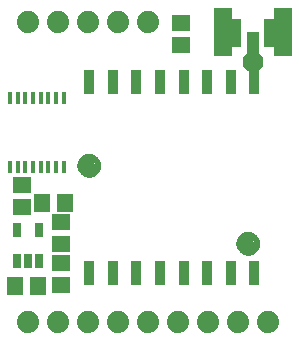
<source format=gbr>
G04 EAGLE Gerber RS-274X export*
G75*
%MOMM*%
%FSLAX34Y34*%
%LPD*%
%INSoldermask Top*%
%IPPOS*%
%AMOC8*
5,1,8,0,0,1.08239X$1,22.5*%
G01*
%ADD10R,0.901600X2.101600*%
%ADD11R,0.406400X1.092200*%
%ADD12R,1.601600X1.341600*%
%ADD13R,0.651600X1.301600*%
%ADD14R,1.341600X1.601600*%
%ADD15C,1.101600*%
%ADD16C,0.500000*%
%ADD17R,1.625600X4.165600*%
%ADD18R,1.117600X2.133600*%
%ADD19R,0.914400X2.336800*%
%ADD20C,1.879600*%
%ADD21C,1.778000*%


D10*
X217320Y228320D03*
X197320Y228320D03*
X177320Y228320D03*
X157320Y228320D03*
X137320Y228320D03*
X117320Y228320D03*
X97320Y228320D03*
X77320Y228320D03*
X77320Y66320D03*
X97320Y66320D03*
X117320Y66320D03*
X137320Y66320D03*
X157320Y66320D03*
X177320Y66320D03*
X197320Y66320D03*
X217320Y66320D03*
D11*
X55770Y214598D03*
X49270Y214598D03*
X42770Y214598D03*
X36270Y214598D03*
X29770Y214598D03*
X23270Y214598D03*
X16770Y214598D03*
X10270Y214598D03*
X10270Y156242D03*
X16770Y156242D03*
X23270Y156242D03*
X29770Y156242D03*
X36270Y156242D03*
X42770Y156242D03*
X49270Y156242D03*
X55770Y156242D03*
D12*
X154940Y259740D03*
X154940Y278740D03*
D13*
X15900Y77169D03*
X25400Y77169D03*
X34900Y77169D03*
X34900Y103171D03*
X15900Y103171D03*
D14*
X14630Y55880D03*
X33630Y55880D03*
D12*
X20320Y141580D03*
X20320Y122580D03*
D15*
X212090Y91440D03*
D16*
X204590Y91440D02*
X204592Y91259D01*
X204599Y91078D01*
X204610Y90897D01*
X204625Y90716D01*
X204645Y90536D01*
X204669Y90356D01*
X204697Y90177D01*
X204730Y89999D01*
X204767Y89822D01*
X204808Y89645D01*
X204853Y89470D01*
X204903Y89295D01*
X204957Y89122D01*
X205015Y88951D01*
X205077Y88780D01*
X205144Y88612D01*
X205214Y88445D01*
X205288Y88279D01*
X205367Y88116D01*
X205449Y87955D01*
X205535Y87795D01*
X205625Y87638D01*
X205719Y87483D01*
X205816Y87330D01*
X205918Y87180D01*
X206022Y87032D01*
X206131Y86886D01*
X206242Y86744D01*
X206358Y86604D01*
X206476Y86467D01*
X206598Y86332D01*
X206723Y86201D01*
X206851Y86073D01*
X206982Y85948D01*
X207117Y85826D01*
X207254Y85708D01*
X207394Y85592D01*
X207536Y85481D01*
X207682Y85372D01*
X207830Y85268D01*
X207980Y85166D01*
X208133Y85069D01*
X208288Y84975D01*
X208445Y84885D01*
X208605Y84799D01*
X208766Y84717D01*
X208929Y84638D01*
X209095Y84564D01*
X209262Y84494D01*
X209430Y84427D01*
X209601Y84365D01*
X209772Y84307D01*
X209945Y84253D01*
X210120Y84203D01*
X210295Y84158D01*
X210472Y84117D01*
X210649Y84080D01*
X210827Y84047D01*
X211006Y84019D01*
X211186Y83995D01*
X211366Y83975D01*
X211547Y83960D01*
X211728Y83949D01*
X211909Y83942D01*
X212090Y83940D01*
X204590Y91440D02*
X204592Y91621D01*
X204599Y91802D01*
X204610Y91983D01*
X204625Y92164D01*
X204645Y92344D01*
X204669Y92524D01*
X204697Y92703D01*
X204730Y92881D01*
X204767Y93058D01*
X204808Y93235D01*
X204853Y93410D01*
X204903Y93585D01*
X204957Y93758D01*
X205015Y93929D01*
X205077Y94100D01*
X205144Y94268D01*
X205214Y94435D01*
X205288Y94601D01*
X205367Y94764D01*
X205449Y94925D01*
X205535Y95085D01*
X205625Y95242D01*
X205719Y95397D01*
X205816Y95550D01*
X205918Y95700D01*
X206022Y95848D01*
X206131Y95994D01*
X206242Y96136D01*
X206358Y96276D01*
X206476Y96413D01*
X206598Y96548D01*
X206723Y96679D01*
X206851Y96807D01*
X206982Y96932D01*
X207117Y97054D01*
X207254Y97172D01*
X207394Y97288D01*
X207536Y97399D01*
X207682Y97508D01*
X207830Y97612D01*
X207980Y97714D01*
X208133Y97811D01*
X208288Y97905D01*
X208445Y97995D01*
X208605Y98081D01*
X208766Y98163D01*
X208929Y98242D01*
X209095Y98316D01*
X209262Y98386D01*
X209430Y98453D01*
X209601Y98515D01*
X209772Y98573D01*
X209945Y98627D01*
X210120Y98677D01*
X210295Y98722D01*
X210472Y98763D01*
X210649Y98800D01*
X210827Y98833D01*
X211006Y98861D01*
X211186Y98885D01*
X211366Y98905D01*
X211547Y98920D01*
X211728Y98931D01*
X211909Y98938D01*
X212090Y98940D01*
X212271Y98938D01*
X212452Y98931D01*
X212633Y98920D01*
X212814Y98905D01*
X212994Y98885D01*
X213174Y98861D01*
X213353Y98833D01*
X213531Y98800D01*
X213708Y98763D01*
X213885Y98722D01*
X214060Y98677D01*
X214235Y98627D01*
X214408Y98573D01*
X214579Y98515D01*
X214750Y98453D01*
X214918Y98386D01*
X215085Y98316D01*
X215251Y98242D01*
X215414Y98163D01*
X215575Y98081D01*
X215735Y97995D01*
X215892Y97905D01*
X216047Y97811D01*
X216200Y97714D01*
X216350Y97612D01*
X216498Y97508D01*
X216644Y97399D01*
X216786Y97288D01*
X216926Y97172D01*
X217063Y97054D01*
X217198Y96932D01*
X217329Y96807D01*
X217457Y96679D01*
X217582Y96548D01*
X217704Y96413D01*
X217822Y96276D01*
X217938Y96136D01*
X218049Y95994D01*
X218158Y95848D01*
X218262Y95700D01*
X218364Y95550D01*
X218461Y95397D01*
X218555Y95242D01*
X218645Y95085D01*
X218731Y94925D01*
X218813Y94764D01*
X218892Y94601D01*
X218966Y94435D01*
X219036Y94268D01*
X219103Y94100D01*
X219165Y93929D01*
X219223Y93758D01*
X219277Y93585D01*
X219327Y93410D01*
X219372Y93235D01*
X219413Y93058D01*
X219450Y92881D01*
X219483Y92703D01*
X219511Y92524D01*
X219535Y92344D01*
X219555Y92164D01*
X219570Y91983D01*
X219581Y91802D01*
X219588Y91621D01*
X219590Y91440D01*
X219588Y91259D01*
X219581Y91078D01*
X219570Y90897D01*
X219555Y90716D01*
X219535Y90536D01*
X219511Y90356D01*
X219483Y90177D01*
X219450Y89999D01*
X219413Y89822D01*
X219372Y89645D01*
X219327Y89470D01*
X219277Y89295D01*
X219223Y89122D01*
X219165Y88951D01*
X219103Y88780D01*
X219036Y88612D01*
X218966Y88445D01*
X218892Y88279D01*
X218813Y88116D01*
X218731Y87955D01*
X218645Y87795D01*
X218555Y87638D01*
X218461Y87483D01*
X218364Y87330D01*
X218262Y87180D01*
X218158Y87032D01*
X218049Y86886D01*
X217938Y86744D01*
X217822Y86604D01*
X217704Y86467D01*
X217582Y86332D01*
X217457Y86201D01*
X217329Y86073D01*
X217198Y85948D01*
X217063Y85826D01*
X216926Y85708D01*
X216786Y85592D01*
X216644Y85481D01*
X216498Y85372D01*
X216350Y85268D01*
X216200Y85166D01*
X216047Y85069D01*
X215892Y84975D01*
X215735Y84885D01*
X215575Y84799D01*
X215414Y84717D01*
X215251Y84638D01*
X215085Y84564D01*
X214918Y84494D01*
X214750Y84427D01*
X214579Y84365D01*
X214408Y84307D01*
X214235Y84253D01*
X214060Y84203D01*
X213885Y84158D01*
X213708Y84117D01*
X213531Y84080D01*
X213353Y84047D01*
X213174Y84019D01*
X212994Y83995D01*
X212814Y83975D01*
X212633Y83960D01*
X212452Y83949D01*
X212271Y83942D01*
X212090Y83940D01*
D15*
X77470Y157480D03*
D16*
X69970Y157480D02*
X69972Y157299D01*
X69979Y157118D01*
X69990Y156937D01*
X70005Y156756D01*
X70025Y156576D01*
X70049Y156396D01*
X70077Y156217D01*
X70110Y156039D01*
X70147Y155862D01*
X70188Y155685D01*
X70233Y155510D01*
X70283Y155335D01*
X70337Y155162D01*
X70395Y154991D01*
X70457Y154820D01*
X70524Y154652D01*
X70594Y154485D01*
X70668Y154319D01*
X70747Y154156D01*
X70829Y153995D01*
X70915Y153835D01*
X71005Y153678D01*
X71099Y153523D01*
X71196Y153370D01*
X71298Y153220D01*
X71402Y153072D01*
X71511Y152926D01*
X71622Y152784D01*
X71738Y152644D01*
X71856Y152507D01*
X71978Y152372D01*
X72103Y152241D01*
X72231Y152113D01*
X72362Y151988D01*
X72497Y151866D01*
X72634Y151748D01*
X72774Y151632D01*
X72916Y151521D01*
X73062Y151412D01*
X73210Y151308D01*
X73360Y151206D01*
X73513Y151109D01*
X73668Y151015D01*
X73825Y150925D01*
X73985Y150839D01*
X74146Y150757D01*
X74309Y150678D01*
X74475Y150604D01*
X74642Y150534D01*
X74810Y150467D01*
X74981Y150405D01*
X75152Y150347D01*
X75325Y150293D01*
X75500Y150243D01*
X75675Y150198D01*
X75852Y150157D01*
X76029Y150120D01*
X76207Y150087D01*
X76386Y150059D01*
X76566Y150035D01*
X76746Y150015D01*
X76927Y150000D01*
X77108Y149989D01*
X77289Y149982D01*
X77470Y149980D01*
X69970Y157480D02*
X69972Y157661D01*
X69979Y157842D01*
X69990Y158023D01*
X70005Y158204D01*
X70025Y158384D01*
X70049Y158564D01*
X70077Y158743D01*
X70110Y158921D01*
X70147Y159098D01*
X70188Y159275D01*
X70233Y159450D01*
X70283Y159625D01*
X70337Y159798D01*
X70395Y159969D01*
X70457Y160140D01*
X70524Y160308D01*
X70594Y160475D01*
X70668Y160641D01*
X70747Y160804D01*
X70829Y160965D01*
X70915Y161125D01*
X71005Y161282D01*
X71099Y161437D01*
X71196Y161590D01*
X71298Y161740D01*
X71402Y161888D01*
X71511Y162034D01*
X71622Y162176D01*
X71738Y162316D01*
X71856Y162453D01*
X71978Y162588D01*
X72103Y162719D01*
X72231Y162847D01*
X72362Y162972D01*
X72497Y163094D01*
X72634Y163212D01*
X72774Y163328D01*
X72916Y163439D01*
X73062Y163548D01*
X73210Y163652D01*
X73360Y163754D01*
X73513Y163851D01*
X73668Y163945D01*
X73825Y164035D01*
X73985Y164121D01*
X74146Y164203D01*
X74309Y164282D01*
X74475Y164356D01*
X74642Y164426D01*
X74810Y164493D01*
X74981Y164555D01*
X75152Y164613D01*
X75325Y164667D01*
X75500Y164717D01*
X75675Y164762D01*
X75852Y164803D01*
X76029Y164840D01*
X76207Y164873D01*
X76386Y164901D01*
X76566Y164925D01*
X76746Y164945D01*
X76927Y164960D01*
X77108Y164971D01*
X77289Y164978D01*
X77470Y164980D01*
X77651Y164978D01*
X77832Y164971D01*
X78013Y164960D01*
X78194Y164945D01*
X78374Y164925D01*
X78554Y164901D01*
X78733Y164873D01*
X78911Y164840D01*
X79088Y164803D01*
X79265Y164762D01*
X79440Y164717D01*
X79615Y164667D01*
X79788Y164613D01*
X79959Y164555D01*
X80130Y164493D01*
X80298Y164426D01*
X80465Y164356D01*
X80631Y164282D01*
X80794Y164203D01*
X80955Y164121D01*
X81115Y164035D01*
X81272Y163945D01*
X81427Y163851D01*
X81580Y163754D01*
X81730Y163652D01*
X81878Y163548D01*
X82024Y163439D01*
X82166Y163328D01*
X82306Y163212D01*
X82443Y163094D01*
X82578Y162972D01*
X82709Y162847D01*
X82837Y162719D01*
X82962Y162588D01*
X83084Y162453D01*
X83202Y162316D01*
X83318Y162176D01*
X83429Y162034D01*
X83538Y161888D01*
X83642Y161740D01*
X83744Y161590D01*
X83841Y161437D01*
X83935Y161282D01*
X84025Y161125D01*
X84111Y160965D01*
X84193Y160804D01*
X84272Y160641D01*
X84346Y160475D01*
X84416Y160308D01*
X84483Y160140D01*
X84545Y159969D01*
X84603Y159798D01*
X84657Y159625D01*
X84707Y159450D01*
X84752Y159275D01*
X84793Y159098D01*
X84830Y158921D01*
X84863Y158743D01*
X84891Y158564D01*
X84915Y158384D01*
X84935Y158204D01*
X84950Y158023D01*
X84961Y157842D01*
X84968Y157661D01*
X84970Y157480D01*
X84968Y157299D01*
X84961Y157118D01*
X84950Y156937D01*
X84935Y156756D01*
X84915Y156576D01*
X84891Y156396D01*
X84863Y156217D01*
X84830Y156039D01*
X84793Y155862D01*
X84752Y155685D01*
X84707Y155510D01*
X84657Y155335D01*
X84603Y155162D01*
X84545Y154991D01*
X84483Y154820D01*
X84416Y154652D01*
X84346Y154485D01*
X84272Y154319D01*
X84193Y154156D01*
X84111Y153995D01*
X84025Y153835D01*
X83935Y153678D01*
X83841Y153523D01*
X83744Y153370D01*
X83642Y153220D01*
X83538Y153072D01*
X83429Y152926D01*
X83318Y152784D01*
X83202Y152644D01*
X83084Y152507D01*
X82962Y152372D01*
X82837Y152241D01*
X82709Y152113D01*
X82578Y151988D01*
X82443Y151866D01*
X82306Y151748D01*
X82166Y151632D01*
X82024Y151521D01*
X81878Y151412D01*
X81730Y151308D01*
X81580Y151206D01*
X81427Y151109D01*
X81272Y151015D01*
X81115Y150925D01*
X80955Y150839D01*
X80794Y150757D01*
X80631Y150678D01*
X80465Y150604D01*
X80298Y150534D01*
X80130Y150467D01*
X79959Y150405D01*
X79788Y150347D01*
X79615Y150293D01*
X79440Y150243D01*
X79265Y150198D01*
X79088Y150157D01*
X78911Y150120D01*
X78733Y150087D01*
X78554Y150059D01*
X78374Y150035D01*
X78194Y150015D01*
X78013Y150000D01*
X77832Y149989D01*
X77651Y149982D01*
X77470Y149980D01*
D12*
X53340Y75540D03*
X53340Y56540D03*
D17*
X241300Y270510D03*
X190500Y270510D03*
D18*
X215900Y260350D03*
D19*
X229854Y270256D03*
X201946Y270256D03*
D20*
X25400Y25400D03*
X50800Y25400D03*
X76200Y25400D03*
X101600Y25400D03*
X127000Y25400D03*
X152400Y25400D03*
X177800Y25400D03*
X203200Y25400D03*
X228600Y25400D03*
X25400Y279400D03*
X50800Y279400D03*
X76200Y279400D03*
X101600Y279400D03*
X127000Y279400D03*
D12*
X53340Y109830D03*
X53340Y90830D03*
D21*
X215900Y245110D03*
D14*
X56490Y125730D03*
X37490Y125730D03*
M02*

</source>
